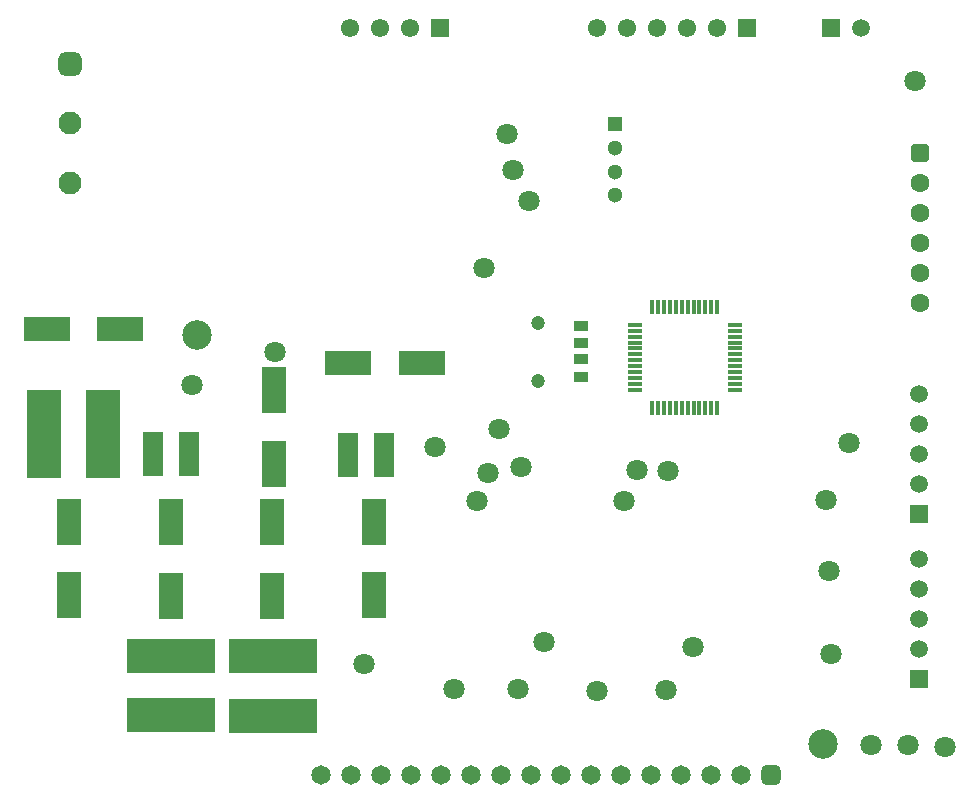
<source format=gbr>
%TF.GenerationSoftware,Altium Limited,Altium Designer,24.7.2 (38)*%
G04 Layer_Color=255*
%FSLAX45Y45*%
%MOMM*%
%TF.SameCoordinates,313A2AA4-CFAA-4B56-AAC7-ADE98D6BBF51*%
%TF.FilePolarity,Positive*%
%TF.FileFunction,Pads,Top*%
%TF.Part,Single*%
G01*
G75*
%TA.AperFunction,SMDPad,CuDef*%
%ADD15R,4.00000X2.00000*%
%ADD16R,1.19380X0.30480*%
%ADD17R,0.30480X1.19380*%
%ADD18R,1.26213X0.95776*%
%ADD19R,2.00000X4.00000*%
%ADD20R,1.70000X3.80000*%
%ADD21R,3.00000X7.50000*%
%ADD22R,7.50000X3.00000*%
%TA.AperFunction,ComponentPad*%
%ADD24C,1.60000*%
G04:AMPARAMS|DCode=25|XSize=1.6mm|YSize=1.6mm|CornerRadius=0.4mm|HoleSize=0mm|Usage=FLASHONLY|Rotation=270.000|XOffset=0mm|YOffset=0mm|HoleType=Round|Shape=RoundedRectangle|*
%AMROUNDEDRECTD25*
21,1,1.60000,0.80000,0,0,270.0*
21,1,0.80000,1.60000,0,0,270.0*
1,1,0.80000,-0.40000,-0.40000*
1,1,0.80000,-0.40000,0.40000*
1,1,0.80000,0.40000,0.40000*
1,1,0.80000,0.40000,-0.40000*
%
%ADD25ROUNDEDRECTD25*%
%ADD26C,1.80000*%
%ADD27C,2.50000*%
%ADD28C,1.20000*%
%ADD29C,1.50000*%
%ADD30R,1.50000X1.50000*%
%ADD31C,1.30000*%
%ADD32R,1.30000X1.30000*%
%ADD33R,1.55000X1.55000*%
%ADD34C,1.55000*%
%ADD35C,1.95000*%
G04:AMPARAMS|DCode=36|XSize=1.95mm|YSize=1.95mm|CornerRadius=0.4875mm|HoleSize=0mm|Usage=FLASHONLY|Rotation=270.000|XOffset=0mm|YOffset=0mm|HoleType=Round|Shape=RoundedRectangle|*
%AMROUNDEDRECTD36*
21,1,1.95000,0.97500,0,0,270.0*
21,1,0.97500,1.95000,0,0,270.0*
1,1,0.97500,-0.48750,-0.48750*
1,1,0.97500,-0.48750,0.48750*
1,1,0.97500,0.48750,0.48750*
1,1,0.97500,0.48750,-0.48750*
%
%ADD36ROUNDEDRECTD36*%
%ADD37R,1.50000X1.50000*%
%ADD38C,1.65000*%
G04:AMPARAMS|DCode=39|XSize=1.65mm|YSize=1.65mm|CornerRadius=0.4125mm|HoleSize=0mm|Usage=FLASHONLY|Rotation=0.000|XOffset=0mm|YOffset=0mm|HoleType=Round|Shape=RoundedRectangle|*
%AMROUNDEDRECTD39*
21,1,1.65000,0.82500,0,0,0.0*
21,1,0.82500,1.65000,0,0,0.0*
1,1,0.82500,0.41250,-0.41250*
1,1,0.82500,-0.41250,-0.41250*
1,1,0.82500,-0.41250,0.41250*
1,1,0.82500,0.41250,0.41250*
%
%ADD39ROUNDEDRECTD39*%
D15*
X272700Y4005000D02*
D03*
X895000D02*
D03*
X3447300Y3712500D02*
D03*
X2825000D02*
D03*
D16*
X5247500Y4037500D02*
D03*
Y3987500D02*
D03*
Y3937500D02*
D03*
Y3887500D02*
D03*
Y3837500D02*
D03*
Y3787500D02*
D03*
Y3737500D02*
D03*
Y3687500D02*
D03*
Y3637500D02*
D03*
Y3587500D02*
D03*
Y3537500D02*
D03*
Y3487500D02*
D03*
X6097500D02*
D03*
Y3537500D02*
D03*
Y3587500D02*
D03*
Y3637500D02*
D03*
Y3687500D02*
D03*
Y3737500D02*
D03*
Y3787500D02*
D03*
Y3837500D02*
D03*
Y3887500D02*
D03*
Y3937500D02*
D03*
Y3987500D02*
D03*
Y4037500D02*
D03*
D17*
X5397500Y3337500D02*
D03*
X5447500D02*
D03*
X5497500D02*
D03*
X5547500D02*
D03*
X5597500D02*
D03*
X5647500D02*
D03*
X5697500D02*
D03*
X5747500D02*
D03*
X5797500D02*
D03*
X5847500D02*
D03*
X5897500D02*
D03*
X5947500D02*
D03*
Y4187500D02*
D03*
X5897500D02*
D03*
X5847500D02*
D03*
X5797500D02*
D03*
X5747500D02*
D03*
X5697500D02*
D03*
X5647500D02*
D03*
X5597500D02*
D03*
X5547500D02*
D03*
X5497500D02*
D03*
X5447500D02*
D03*
X5397500D02*
D03*
D18*
X4797500Y3745218D02*
D03*
Y3599781D02*
D03*
Y4025219D02*
D03*
Y3879782D02*
D03*
D19*
X1320000Y2364800D02*
D03*
Y1742500D02*
D03*
X2182500Y2364800D02*
D03*
Y1742500D02*
D03*
X3040000Y1750000D02*
D03*
Y2372300D02*
D03*
X2192500Y3482500D02*
D03*
Y2860200D02*
D03*
X457500Y1747500D02*
D03*
Y2369800D02*
D03*
D20*
X2825100Y2937500D02*
D03*
X3129900D02*
D03*
X1474900Y2940000D02*
D03*
X1170100D02*
D03*
D21*
X250000Y3110000D02*
D03*
X750000D02*
D03*
D22*
X1320000Y732500D02*
D03*
Y1232500D02*
D03*
X2185000Y730000D02*
D03*
Y1230000D02*
D03*
D24*
X7667500Y4731000D02*
D03*
Y5239000D02*
D03*
Y4985000D02*
D03*
Y4477000D02*
D03*
Y4223000D02*
D03*
D25*
Y5493000D02*
D03*
D26*
X4289984Y2835000D02*
D03*
X3555000Y3005000D02*
D03*
X7060000Y3035000D02*
D03*
X6867500Y2552500D02*
D03*
X7622500Y6100000D02*
D03*
X2205000Y3807500D02*
D03*
X6912500Y1247500D02*
D03*
X2955000Y1162500D02*
D03*
X7562500Y477500D02*
D03*
X4100000Y3152500D02*
D03*
X7250000Y477500D02*
D03*
X6897500Y1955000D02*
D03*
X1502500Y3530000D02*
D03*
X5742500Y1312492D02*
D03*
X5533750Y2803750D02*
D03*
X5267500Y2805000D02*
D03*
X5512500Y947500D02*
D03*
X5155000Y2545000D02*
D03*
X4932233Y936234D02*
D03*
X4260000Y952500D02*
D03*
X4478726Y1350000D02*
D03*
X3722500Y957500D02*
D03*
X4009984Y2781656D02*
D03*
X3909984Y2550000D02*
D03*
X3975000Y4517500D02*
D03*
X4167500Y5652500D02*
D03*
X4215000Y5352500D02*
D03*
X4357500Y5090000D02*
D03*
X7872500Y465000D02*
D03*
D27*
X1545000Y3952500D02*
D03*
X6847500Y490000D02*
D03*
D28*
X4427500Y3566000D02*
D03*
Y4054000D02*
D03*
D29*
X7167000Y6550000D02*
D03*
X7655000Y3448000D02*
D03*
Y3194000D02*
D03*
Y2686000D02*
D03*
Y2940000D02*
D03*
Y2058000D02*
D03*
Y1804000D02*
D03*
Y1296000D02*
D03*
Y1550000D02*
D03*
D30*
X6913000Y6550000D02*
D03*
D31*
X5082496Y5135000D02*
D03*
Y5335000D02*
D03*
Y5535000D02*
D03*
D32*
Y5735000D02*
D03*
D33*
X6203500Y6550000D02*
D03*
X3600000Y6552500D02*
D03*
D34*
X5949500Y6550000D02*
D03*
X5695500D02*
D03*
X5441500D02*
D03*
X5187500D02*
D03*
X4933500D02*
D03*
X3346000Y6552500D02*
D03*
X3092000D02*
D03*
X2838000D02*
D03*
D35*
X467498Y5242552D02*
D03*
Y5742551D02*
D03*
D36*
Y6242550D02*
D03*
D37*
X7655000Y2432000D02*
D03*
Y1042000D02*
D03*
D38*
X5135000Y227000D02*
D03*
X5389000D02*
D03*
X5643000D02*
D03*
X6151000D02*
D03*
X5897000D02*
D03*
X4881000D02*
D03*
X4627000D02*
D03*
X4373000D02*
D03*
X4119000D02*
D03*
X3865000D02*
D03*
X3611000D02*
D03*
X3357000D02*
D03*
X3103000D02*
D03*
X2849000D02*
D03*
X2595000D02*
D03*
D39*
X6405000D02*
D03*
%TF.MD5,076c4380622a4a3bf6724d4f45ca2b17*%
M02*

</source>
